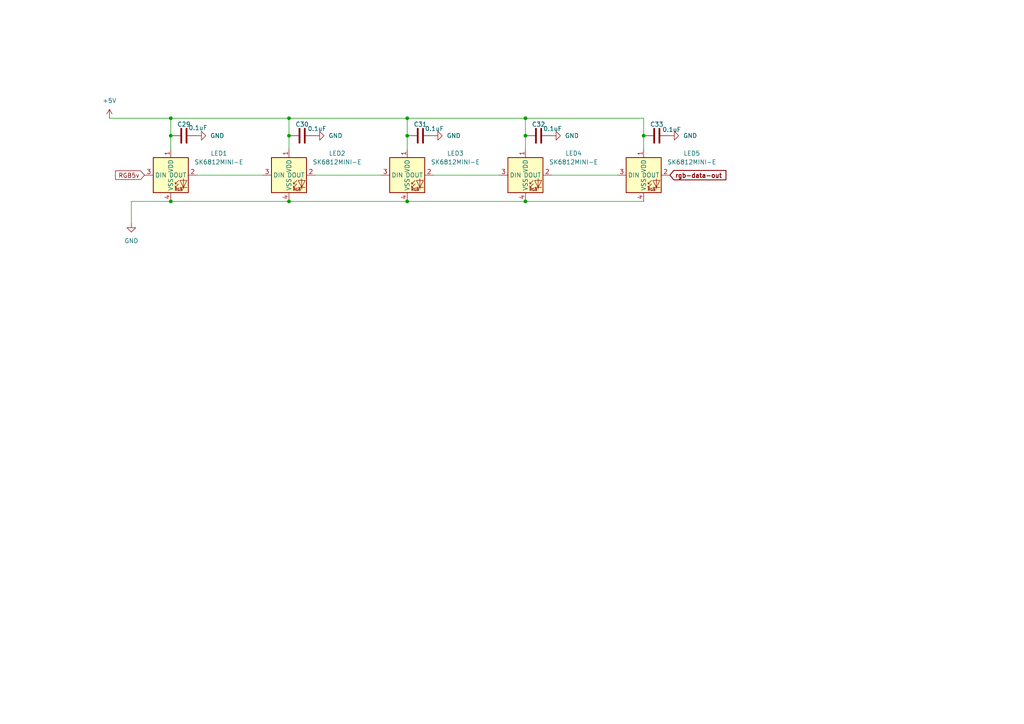
<source format=kicad_sch>
(kicad_sch (version 20231120) (generator "eeschema") (generator_version "8.0")
  (paper "A4")
  (lib_symbols
    (symbol "Device:C" (pin_numbers hide) (pin_names (offset 0.254))
      (property "Reference" "C" (at 0.635 2.54 0))
      (property "Value" "C" (at 0.635 -2.54 0))
      (symbol "C_0_1"
        (polyline (pts (xy -2.032 -0.762) (xy 2.032 -0.762)) (stroke (width 0.508)))
        (polyline (pts (xy -2.032 0.762) (xy 2.032 0.762)) (stroke (width 0.508)))
      )
      (symbol "C_1_1"
        (pin passive line (at 0 3.81 270) (length 2.794) (name "~") (number "1"))
        (pin passive line (at 0 -3.81 90) (length 2.794) (name "~") (number "2"))
      )
    )
    (symbol "PCM_marbastlib-various:SK6812MINI-E"
      (property "Reference" "LED" (at 2.54 6.35 0))
      (property "Value" "SK6812MINI-E" (at 7.62 -6.35 0))
      (symbol "SK6812MINI-E_0_0"
        (text "RGB" (at 2.286 -4.191 0) (effects (font (size 0.762 0.762))))
      )
      (symbol "SK6812MINI-E_0_1"
        (polyline (pts (xy 1.27 -3.556) (xy 1.778 -3.556)))
        (polyline (pts (xy 1.27 -2.54) (xy 1.778 -2.54)))
        (polyline (pts (xy 4.699 -3.556) (xy 2.667 -3.556)))
        (polyline (pts (xy 2.286 -2.54) (xy 1.27 -3.556) (xy 1.27 -3.048)))
        (polyline (pts (xy 2.286 -1.524) (xy 1.27 -2.54) (xy 1.27 -2.032)))
        (polyline (pts (xy 3.683 -1.016) (xy 3.683 -3.556) (xy 3.683 -4.064)))
        (polyline (pts (xy 4.699 -1.524) (xy 2.667 -1.524) (xy 3.683 -3.556) (xy 4.699 -1.524)))
        (rectangle (start 5.08 5.08) (end -5.08 -5.08) (stroke (width 0.254)) (fill (type background)))
      )
      (symbol "SK6812MINI-E_1_1"
        (pin power_in line (at 0 7.62 270) (length 2.54) (name "VDD") (number "1"))
        (pin output line (at 7.62 0 180) (length 2.54) (name "DOUT") (number "2"))
        (pin input line (at -7.62 0 0) (length 2.54) (name "DIN") (number "3"))
        (pin power_in line (at 0 -7.62 90) (length 2.54) (name "VSS") (number "4"))
      )
    )
    (symbol "power:+5V" (power) (pin_numbers hide) (pin_names (offset 0) hide)
      (property "Value" "+5V" (at 0 3.556 0))
      (symbol "+5V_0_1"
        (polyline (pts (xy -0.762 1.27) (xy 0 2.54)))
        (polyline (pts (xy 0 0) (xy 0 2.54)))
        (polyline (pts (xy 0 2.54) (xy 0.762 1.27)))
      )
      (symbol "+5V_1_1"
        (pin power_in line (at 0 0 90) (length 0) (name "~") (number "1"))
      )
    )
    (symbol "power:GND" (power) (pin_numbers hide) (pin_names (offset 0) hide)
      (property "Value" "GND" (at 0 -3.81 0))
      (symbol "GND_0_1"
        (polyline (pts (xy 0 0) (xy 0 -1.27) (xy 1.27 -1.27) (xy 0 -2.54) (xy -1.27 -1.27) (xy 0 -1.27)))
      )
      (symbol "GND_1_1"
        (pin power_in line (at 0 0 270) (length 0) (name "~") (number "1"))
      )
    )
  )
  (junction (at 49.53 58.42))
  (junction (at 49.53 34.29))
  (junction (at 118.11 58.42))
  (junction (at 152.4 58.42))
  (junction (at 83.82 58.42))
  (junction (at 152.4 39.37))
  (junction (at 83.82 34.29))
  (junction (at 118.11 34.29))
  (junction (at 83.82 39.37))
  (junction (at 118.11 39.37))
  (junction (at 152.4 34.29))
  (junction (at 186.69 39.37))
  (junction (at 49.53 39.37))
  (wire (pts (xy 49.53 34.29) (xy 83.82 34.29)))
  (wire (pts (xy 125.73 50.8) (xy 144.78 50.8)))
  (wire (pts (xy 38.1 58.42) (xy 49.53 58.42)))
  (wire (pts (xy 49.53 39.37) (xy 49.53 43.18)))
  (wire (pts (xy 118.11 39.37) (xy 118.11 43.18)))
  (wire (pts (xy 152.4 34.29) (xy 152.4 39.37)))
  (wire (pts (xy 118.11 34.29) (xy 152.4 34.29)))
  (wire (pts (xy 49.53 34.29) (xy 49.53 39.37)))
  (wire (pts (xy 186.69 39.37) (xy 186.69 43.18)))
  (wire (pts (xy 152.4 39.37) (xy 152.4 43.18)))
  (wire (pts (xy 91.44 50.8) (xy 110.49 50.8)))
  (wire (pts (xy 118.11 34.29) (xy 118.11 39.37)))
  (wire (pts (xy 118.11 58.42) (xy 152.4 58.42)))
  (wire (pts (xy 49.53 58.42) (xy 83.82 58.42)))
  (wire (pts (xy 83.82 39.37) (xy 83.82 43.18)))
  (wire (pts (xy 83.82 34.29) (xy 118.11 34.29)))
  (wire (pts (xy 160.02 50.8) (xy 179.07 50.8)))
  (wire (pts (xy 152.4 34.29) (xy 186.69 34.29)))
  (wire (pts (xy 83.82 34.29) (xy 83.82 39.37)))
  (wire (pts (xy 83.82 58.42) (xy 118.11 58.42)))
  (wire (pts (xy 186.69 34.29) (xy 186.69 39.37)))
  (wire (pts (xy 38.1 64.77) (xy 38.1 58.42)))
  (wire (pts (xy 152.4 58.42) (xy 186.69 58.42)))
  (wire (pts (xy 31.75 34.29) (xy 49.53 34.29)))
  (wire (pts (xy 57.15 50.8) (xy 76.2 50.8)))
  (global_label "RGB5v" (shape input) (at 41.91 50.8 180) (property "Intersheetrefs" "${INTERSHEET_REFS}" (effects (hide yes))))
  (global_label "rgb-data-out" (shape input) (at 194.31 50.8 0) (effects (font (bold yes))) (property "Intersheetrefs" "${INTERSHEET_REFS}" (effects (hide yes))))
  (symbol (lib_id "power:GND") (at 125.73 39.37 90) (unit 1)
    (property "Reference" "#PWR032" (effects (hide yes)))
    (property "Value" "GND" (at 129.54 39.3699 90) (effects (justify right)))
    (property "Description" "Power symbol creates a global label with name \"GND\" , ground" (effects (hide yes)))
  )
  (symbol (lib_id "Device:C") (at 190.5 39.37 90) (unit 1)
    (property "Reference" "C33" (at 190.5 36.068 90))
    (property "Value" "0.1uF" (at 194.818 37.592 90))
    (property "Description" "Unpolarized capacitor" (effects (hide yes)))
  )
  (symbol (lib_id "PCM_marbastlib-various:SK6812MINI-E") (at 118.11 50.8 0) (unit 1)
    (property "Reference" "LED3" (at 132.08 44.4814 0))
    (property "Value" "SK6812MINI-E" (at 132.08 47.0214 0))
    (property "Footprint" "PCM_marbastlib-various:LED_6028R" (effects (hide yes)))
    (property "Description" "Reverse mount adressable LED (WS2812 protocol)" (effects (hide yes)))
  )
  (symbol (lib_id "Device:C") (at 121.92 39.37 90) (unit 1)
    (property "Reference" "C31" (at 121.92 36.068 90))
    (property "Value" "0.1uF" (at 125.984 37.338 90))
    (property "Description" "Unpolarized capacitor" (effects (hide yes)))
  )
  (symbol (lib_id "PCM_marbastlib-various:SK6812MINI-E") (at 152.4 50.8 0) (unit 1)
    (property "Reference" "LED4" (at 166.37 44.4814 0))
    (property "Value" "SK6812MINI-E" (at 166.37 47.0214 0))
    (property "Footprint" "PCM_marbastlib-various:LED_6028R" (effects (hide yes)))
    (property "Description" "Reverse mount adressable LED (WS2812 protocol)" (effects (hide yes)))
  )
  (symbol (lib_id "power:GND") (at 38.1 64.77 0) (unit 1)
    (property "Reference" "#PWR028" (effects (hide yes)))
    (property "Value" "GND" (at 38.1 69.85 0))
    (property "Description" "Power symbol creates a global label with name \"GND\" , ground" (effects (hide yes)))
  )
  (symbol (lib_id "power:GND") (at 57.15 39.37 90) (unit 1)
    (property "Reference" "#PWR030" (effects (hide yes)))
    (property "Value" "GND" (at 60.96 39.3699 90) (effects (justify right)))
    (property "Description" "Power symbol creates a global label with name \"GND\" , ground" (effects (hide yes)))
  )
  (symbol (lib_id "power:+5V") (at 31.75 34.29 0) (unit 1)
    (property "Reference" "#PWR029" (effects (hide yes)))
    (property "Value" "+5V" (at 31.75 29.21 0))
    (property "Description" "Power symbol creates a global label with name \"+5V\"" (effects (hide yes)))
  )
  (symbol (lib_id "Device:C") (at 156.21 39.37 90) (unit 1)
    (property "Reference" "C32" (at 156.21 36.068 90))
    (property "Value" "0.1uF" (at 160.274 37.338 90))
    (property "Description" "Unpolarized capacitor" (effects (hide yes)))
  )
  (symbol (lib_id "Device:C") (at 87.63 39.37 90) (unit 1)
    (property "Reference" "C30" (at 87.63 36.068 90))
    (property "Value" "0.1uF" (at 91.948 37.338 90))
    (property "Description" "Unpolarized capacitor" (effects (hide yes)))
  )
  (symbol (lib_id "PCM_marbastlib-various:SK6812MINI-E") (at 186.69 50.8 0) (unit 1)
    (property "Reference" "LED5" (at 200.66 44.4814 0))
    (property "Value" "SK6812MINI-E" (at 200.66 47.0214 0))
    (property "Footprint" "PCM_marbastlib-various:LED_6028R" (effects (hide yes)))
    (property "Description" "Reverse mount adressable LED (WS2812 protocol)" (effects (hide yes)))
  )
  (symbol (lib_id "power:GND") (at 194.31 39.37 90) (unit 1)
    (property "Reference" "#PWR034" (effects (hide yes)))
    (property "Value" "GND" (at 198.12 39.3699 90) (effects (justify right)))
    (property "Description" "Power symbol creates a global label with name \"GND\" , ground" (effects (hide yes)))
  )
  (symbol (lib_id "power:GND") (at 160.02 39.37 90) (unit 1)
    (property "Reference" "#PWR033" (effects (hide yes)))
    (property "Value" "GND" (at 163.83 39.3699 90) (effects (justify right)))
    (property "Description" "Power symbol creates a global label with name \"GND\" , ground" (effects (hide yes)))
  )
  (symbol (lib_id "Device:C") (at 53.34 39.37 90) (unit 1)
    (property "Reference" "C29" (at 53.34 36.068 90))
    (property "Value" "0.1uF" (at 57.404 37.084 90))
    (property "Description" "Unpolarized capacitor" (effects (hide yes)))
  )
  (symbol (lib_id "PCM_marbastlib-various:SK6812MINI-E") (at 49.53 50.8 0) (unit 1)
    (property "Reference" "LED1" (at 63.5 44.4814 0))
    (property "Value" "SK6812MINI-E" (at 63.5 47.0214 0))
    (property "Footprint" "PCM_marbastlib-various:LED_6028R" (effects (hide yes)))
    (property "Description" "Reverse mount adressable LED (WS2812 protocol)" (effects (hide yes)))
  )
  (symbol (lib_id "power:GND") (at 91.44 39.37 90) (unit 1)
    (property "Reference" "#PWR031" (effects (hide yes)))
    (property "Value" "GND" (at 95.25 39.3699 90) (effects (justify right)))
    (property "Description" "Power symbol creates a global label with name \"GND\" , ground" (effects (hide yes)))
  )
  (symbol (lib_id "PCM_marbastlib-various:SK6812MINI-E") (at 83.82 50.8 0) (unit 1)
    (property "Reference" "LED2" (at 97.79 44.4814 0))
    (property "Value" "SK6812MINI-E" (at 97.79 47.0214 0))
    (property "Footprint" "PCM_marbastlib-various:LED_6028R" (effects (hide yes)))
    (property "Description" "Reverse mount adressable LED (WS2812 protocol)" (effects (hide yes)))
  )
)
</source>
